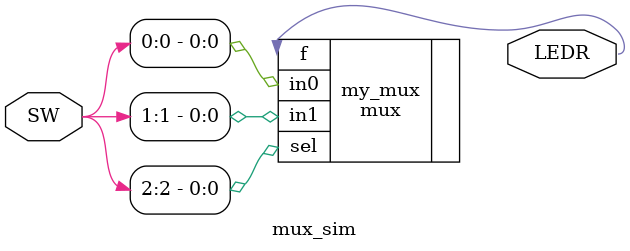
<source format=v>
/***************************************************
* File: mux_sim.v
* Author: Benjamin Morgan
* Class: EE 271
* Module: mux_sim
* Description: The top level module for the
* testbench tutorial
****************************************************/

module mux_sim(LEDR, SW);
    output[0:0] LEDR;
    input[2:0] SW;

    mux my_mux(
        .f(LEDR[0]),
        .in0(SW[0]),
        .in1(SW[1]),
        .sel(SW[2])
    );
endmodule // mux_sim

</source>
